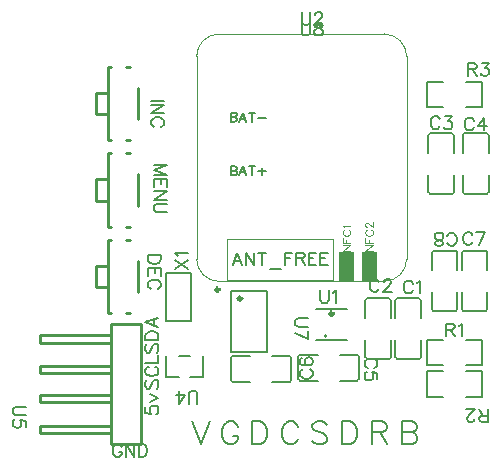
<source format=gto>
G04 Layer: TopSilkscreenLayer*
G04 EasyEDA v6.5.42, 2024-06-11 14:58:49*
G04 7db2e0652eb0440fb163e0b1e141f317,b485016a937d426fb03638db52ce050d,10*
G04 Gerber Generator version 0.2*
G04 Scale: 100 percent, Rotated: No, Reflected: No *
G04 Dimensions in millimeters *
G04 leading zeros omitted , absolute positions ,4 integer and 5 decimal *
%FSLAX45Y45*%
%MOMM*%

%ADD10C,0.1524*%
%ADD11C,0.2032*%
%ADD12C,0.1500*%
%ADD13C,0.1000*%
%ADD14C,0.2000*%
%ADD15C,0.1001*%
%ADD16C,0.2540*%
%ADD17C,0.3000*%
%ADD18C,0.0137*%

%LPD*%
D10*
X4637277Y3514344D02*
G01*
X4626863Y3503929D01*
X4621784Y3488436D01*
X4621784Y3467607D01*
X4626863Y3452113D01*
X4637277Y3441700D01*
X4647691Y3441700D01*
X4658106Y3446779D01*
X4663440Y3452113D01*
X4668520Y3462528D01*
X4678934Y3493770D01*
X4684013Y3503929D01*
X4689347Y3509263D01*
X4699761Y3514344D01*
X4715256Y3514344D01*
X4725670Y3503929D01*
X4730750Y3488436D01*
X4730750Y3467607D01*
X4725670Y3452113D01*
X4715256Y3441700D01*
X4621784Y3548634D02*
G01*
X4730750Y3548634D01*
X4621784Y3548634D02*
G01*
X4621784Y3585210D01*
X4626863Y3600704D01*
X4637277Y3611118D01*
X4647691Y3616197D01*
X4663440Y3621531D01*
X4689347Y3621531D01*
X4704841Y3616197D01*
X4715256Y3611118D01*
X4725670Y3600704D01*
X4730750Y3585210D01*
X4730750Y3548634D01*
X4621784Y3697223D02*
G01*
X4730750Y3655821D01*
X4621784Y3697223D02*
G01*
X4730750Y3738879D01*
X4694427Y3671315D02*
G01*
X4694427Y3723386D01*
X4421377Y2642107D02*
G01*
X4416043Y2652521D01*
X4405629Y2662936D01*
X4395470Y2668015D01*
X4374641Y2668015D01*
X4364227Y2662936D01*
X4353813Y2652521D01*
X4348479Y2642107D01*
X4343400Y2626360D01*
X4343400Y2600452D01*
X4348479Y2584957D01*
X4353813Y2574544D01*
X4364227Y2564129D01*
X4374641Y2559050D01*
X4395470Y2559050D01*
X4405629Y2564129D01*
X4416043Y2574544D01*
X4421377Y2584957D01*
X4421377Y2600452D01*
X4395470Y2600452D02*
G01*
X4421377Y2600452D01*
X4455668Y2668015D02*
G01*
X4455668Y2559050D01*
X4455668Y2668015D02*
G01*
X4528311Y2559050D01*
X4528311Y2668015D02*
G01*
X4528311Y2559050D01*
X4562602Y2668015D02*
G01*
X4562602Y2559050D01*
X4562602Y2668015D02*
G01*
X4598924Y2668015D01*
X4614672Y2662936D01*
X4625086Y2652521D01*
X4630165Y2642107D01*
X4635500Y2626360D01*
X4635500Y2600452D01*
X4630165Y2584957D01*
X4625086Y2574544D01*
X4614672Y2564129D01*
X4598924Y2559050D01*
X4562602Y2559050D01*
X4621784Y2983229D02*
G01*
X4621784Y2931413D01*
X4668520Y2926079D01*
X4663440Y2931413D01*
X4658106Y2946907D01*
X4658106Y2962655D01*
X4663440Y2978150D01*
X4673600Y2988563D01*
X4689347Y2993644D01*
X4699761Y2993644D01*
X4715256Y2988563D01*
X4725670Y2978150D01*
X4730750Y2962655D01*
X4730750Y2946907D01*
X4725670Y2931413D01*
X4720590Y2926079D01*
X4710175Y2921000D01*
X4658106Y3027934D02*
G01*
X4730750Y3059176D01*
X4658106Y3090418D02*
G01*
X4730750Y3059176D01*
X4637277Y3209544D02*
G01*
X4626863Y3199129D01*
X4621784Y3183636D01*
X4621784Y3162807D01*
X4626863Y3147313D01*
X4637277Y3136900D01*
X4647691Y3136900D01*
X4658106Y3141979D01*
X4663440Y3147313D01*
X4668520Y3157728D01*
X4678934Y3188970D01*
X4684013Y3199129D01*
X4689347Y3204463D01*
X4699761Y3209544D01*
X4715256Y3209544D01*
X4725670Y3199129D01*
X4730750Y3183636D01*
X4730750Y3162807D01*
X4725670Y3147313D01*
X4715256Y3136900D01*
X4647691Y3321812D02*
G01*
X4637277Y3316731D01*
X4626863Y3306318D01*
X4621784Y3295904D01*
X4621784Y3275076D01*
X4626863Y3264662D01*
X4637277Y3254247D01*
X4647691Y3249168D01*
X4663440Y3243834D01*
X4689347Y3243834D01*
X4704841Y3249168D01*
X4715256Y3254247D01*
X4725670Y3264662D01*
X4730750Y3275076D01*
X4730750Y3295904D01*
X4725670Y3306318D01*
X4715256Y3316731D01*
X4704841Y3321812D01*
X4621784Y3356102D02*
G01*
X4730750Y3356102D01*
X4730750Y3356102D02*
G01*
X4730750Y3418586D01*
X6885177Y4026407D02*
G01*
X6879843Y4036821D01*
X6869429Y4047236D01*
X6859270Y4052315D01*
X6838441Y4052315D01*
X6828027Y4047236D01*
X6817613Y4036821D01*
X6812279Y4026407D01*
X6807200Y4010660D01*
X6807200Y3984752D01*
X6812279Y3969257D01*
X6817613Y3958844D01*
X6828027Y3948429D01*
X6838441Y3943350D01*
X6859270Y3943350D01*
X6869429Y3948429D01*
X6879843Y3958844D01*
X6885177Y3969257D01*
X6919468Y4031487D02*
G01*
X6929881Y4036821D01*
X6945375Y4052315D01*
X6945375Y3943350D01*
X6599554Y4038219D02*
G01*
X6594220Y4048632D01*
X6583806Y4059046D01*
X6573647Y4064127D01*
X6552818Y4064127D01*
X6542404Y4059046D01*
X6531990Y4048632D01*
X6526656Y4038219D01*
X6521577Y4022470D01*
X6521577Y3996562D01*
X6526656Y3981069D01*
X6531990Y3970654D01*
X6542404Y3960240D01*
X6552818Y3955161D01*
X6573647Y3955161D01*
X6583806Y3960240D01*
X6594220Y3970654D01*
X6599554Y3981069D01*
X6638925Y4038219D02*
G01*
X6638925Y4043298D01*
X6644259Y4053712D01*
X6649338Y4059046D01*
X6659752Y4064127D01*
X6680581Y4064127D01*
X6690995Y4059046D01*
X6696075Y4053712D01*
X6701409Y4043298D01*
X6701409Y4032885D01*
X6696075Y4022470D01*
X6685661Y4006977D01*
X6633845Y3955161D01*
X6706488Y3955161D01*
X7112888Y5416930D02*
G01*
X7107554Y5427345D01*
X7097140Y5437759D01*
X7086981Y5442838D01*
X7066152Y5442838D01*
X7055738Y5437759D01*
X7045325Y5427345D01*
X7039990Y5416930D01*
X7034911Y5401182D01*
X7034911Y5375275D01*
X7039990Y5359780D01*
X7045325Y5349367D01*
X7055738Y5338953D01*
X7066152Y5333872D01*
X7086981Y5333872D01*
X7097140Y5338953D01*
X7107554Y5349367D01*
X7112888Y5359780D01*
X7157593Y5442838D02*
G01*
X7214743Y5442838D01*
X7183500Y5401182D01*
X7198995Y5401182D01*
X7209409Y5396103D01*
X7214743Y5391022D01*
X7219822Y5375275D01*
X7219822Y5364861D01*
X7214743Y5349367D01*
X7204329Y5338953D01*
X7188581Y5333872D01*
X7173086Y5333872D01*
X7157593Y5338953D01*
X7152259Y5344032D01*
X7147179Y5354446D01*
X7402322Y5406897D02*
G01*
X7396988Y5417312D01*
X7386574Y5427726D01*
X7376413Y5432805D01*
X7355586Y5432805D01*
X7345172Y5427726D01*
X7334758Y5417312D01*
X7329424Y5406897D01*
X7324343Y5391150D01*
X7324343Y5365242D01*
X7329424Y5349747D01*
X7334758Y5339334D01*
X7345172Y5328920D01*
X7355586Y5323839D01*
X7376413Y5323839D01*
X7386574Y5328920D01*
X7396988Y5339334D01*
X7402322Y5349747D01*
X7488427Y5432805D02*
G01*
X7436611Y5360162D01*
X7514590Y5360162D01*
X7488427Y5432805D02*
G01*
X7488427Y5323839D01*
X6559931Y3313811D02*
G01*
X6570345Y3319145D01*
X6580759Y3329559D01*
X6585838Y3339719D01*
X6585838Y3360546D01*
X6580759Y3370961D01*
X6570345Y3381375D01*
X6559931Y3386709D01*
X6544183Y3391788D01*
X6518275Y3391788D01*
X6502781Y3386709D01*
X6492366Y3381375D01*
X6481952Y3370961D01*
X6476872Y3360546D01*
X6476872Y3339719D01*
X6481952Y3329559D01*
X6492366Y3319145D01*
X6502781Y3313811D01*
X6585838Y3217290D02*
G01*
X6585838Y3269106D01*
X6539102Y3274440D01*
X6544183Y3269106D01*
X6549516Y3253612D01*
X6549516Y3238119D01*
X6544183Y3222370D01*
X6534022Y3211956D01*
X6518275Y3206877D01*
X6507861Y3206877D01*
X6492366Y3211956D01*
X6481952Y3222370D01*
X6476872Y3238119D01*
X6476872Y3253612D01*
X6481952Y3269106D01*
X6487033Y3274440D01*
X6497447Y3279520D01*
X5954140Y3300095D02*
G01*
X5943727Y3294761D01*
X5933313Y3284346D01*
X5928233Y3274187D01*
X5928233Y3253359D01*
X5933313Y3242945D01*
X5943727Y3232530D01*
X5954140Y3227196D01*
X5969888Y3222117D01*
X5995797Y3222117D01*
X6011290Y3227196D01*
X6021704Y3232530D01*
X6032118Y3242945D01*
X6037199Y3253359D01*
X6037199Y3274187D01*
X6032118Y3284346D01*
X6021704Y3294761D01*
X6011290Y3300095D01*
X5943727Y3396614D02*
G01*
X5933313Y3391535D01*
X5928233Y3375787D01*
X5928233Y3365627D01*
X5933313Y3349879D01*
X5949061Y3339464D01*
X5974968Y3334385D01*
X6000877Y3334385D01*
X6021704Y3339464D01*
X6032118Y3349879D01*
X6037199Y3365627D01*
X6037199Y3370706D01*
X6032118Y3386201D01*
X6021704Y3396614D01*
X6006211Y3401948D01*
X6000877Y3401948D01*
X5985383Y3396614D01*
X5974968Y3386201D01*
X5969888Y3370706D01*
X5969888Y3365627D01*
X5974968Y3349879D01*
X5985383Y3339464D01*
X6000877Y3334385D01*
X7389749Y4436490D02*
G01*
X7384415Y4446904D01*
X7374000Y4457319D01*
X7363840Y4462398D01*
X7343013Y4462398D01*
X7332599Y4457319D01*
X7322184Y4446904D01*
X7316850Y4436490D01*
X7311770Y4420743D01*
X7311770Y4394835D01*
X7316850Y4379340D01*
X7322184Y4368927D01*
X7332599Y4358512D01*
X7343013Y4353432D01*
X7363840Y4353432D01*
X7374000Y4358512D01*
X7384415Y4368927D01*
X7389749Y4379340D01*
X7496683Y4462398D02*
G01*
X7444866Y4353432D01*
X7424038Y4462398D02*
G01*
X7496683Y4462398D01*
X6102604Y3968750D02*
G01*
X6102604Y3890771D01*
X6107684Y3875278D01*
X6118097Y3864863D01*
X6133845Y3859784D01*
X6144259Y3859784D01*
X6159754Y3864863D01*
X6170168Y3875278D01*
X6175247Y3890771D01*
X6175247Y3968750D01*
X6209538Y3947921D02*
G01*
X6219952Y3953255D01*
X6235700Y3968750D01*
X6235700Y3859784D01*
X5060822Y3009772D02*
G01*
X5060822Y3087751D01*
X5055743Y3103245D01*
X5045329Y3113659D01*
X5029581Y3118738D01*
X5019166Y3118738D01*
X5003672Y3113659D01*
X4993259Y3103245D01*
X4988179Y3087751D01*
X4988179Y3009772D01*
X4901818Y3009772D02*
G01*
X4953888Y3082417D01*
X4875911Y3082417D01*
X4901818Y3009772D02*
G01*
X4901818Y3118738D01*
X5943600Y6236715D02*
G01*
X5943600Y6158737D01*
X5948679Y6143244D01*
X5959093Y6132829D01*
X5974841Y6127750D01*
X5985256Y6127750D01*
X6000750Y6132829D01*
X6011163Y6143244D01*
X6016243Y6158737D01*
X6016243Y6236715D01*
X6076695Y6236715D02*
G01*
X6060947Y6231636D01*
X6055868Y6221221D01*
X6055868Y6210807D01*
X6060947Y6200394D01*
X6071361Y6195060D01*
X6092190Y6189979D01*
X6107684Y6184900D01*
X6118097Y6174486D01*
X6123431Y6164071D01*
X6123431Y6148323D01*
X6118097Y6137910D01*
X6113018Y6132829D01*
X6097270Y6127750D01*
X6076695Y6127750D01*
X6060947Y6132829D01*
X6055868Y6137910D01*
X6050534Y6148323D01*
X6050534Y6164071D01*
X6055868Y6174486D01*
X6066281Y6184900D01*
X6081775Y6189979D01*
X6102604Y6195060D01*
X6113018Y6200394D01*
X6118097Y6210807D01*
X6118097Y6221221D01*
X6113018Y6231636D01*
X6097270Y6236715D01*
X6076695Y6236715D01*
D11*
X6794500Y2859278D02*
G01*
X6794500Y2665476D01*
X6794500Y2859278D02*
G01*
X6877558Y2859278D01*
X6905243Y2850134D01*
X6914641Y2840989D01*
X6923786Y2822447D01*
X6923786Y2803905D01*
X6914641Y2785363D01*
X6905243Y2776220D01*
X6877558Y2767076D01*
X6794500Y2767076D02*
G01*
X6877558Y2767076D01*
X6905243Y2757678D01*
X6914641Y2748534D01*
X6923786Y2729992D01*
X6923786Y2702305D01*
X6914641Y2683763D01*
X6905243Y2674620D01*
X6877558Y2665476D01*
X6794500Y2665476D01*
X6540500Y2859278D02*
G01*
X6540500Y2665476D01*
X6540500Y2859278D02*
G01*
X6623558Y2859278D01*
X6651243Y2850134D01*
X6660641Y2840989D01*
X6669786Y2822447D01*
X6669786Y2803905D01*
X6660641Y2785363D01*
X6651243Y2776220D01*
X6623558Y2767076D01*
X6540500Y2767076D01*
X6605270Y2767076D02*
G01*
X6669786Y2665476D01*
X6286500Y2859278D02*
G01*
X6286500Y2665476D01*
X6286500Y2859278D02*
G01*
X6351270Y2859278D01*
X6378956Y2850134D01*
X6397243Y2831592D01*
X6406641Y2813050D01*
X6415786Y2785363D01*
X6415786Y2739389D01*
X6406641Y2711450D01*
X6397243Y2693162D01*
X6378956Y2674620D01*
X6351270Y2665476D01*
X6286500Y2665476D01*
X6161786Y2831592D02*
G01*
X6143243Y2850134D01*
X6115558Y2859278D01*
X6078727Y2859278D01*
X6051041Y2850134D01*
X6032500Y2831592D01*
X6032500Y2813050D01*
X6041643Y2794762D01*
X6051041Y2785363D01*
X6069329Y2776220D01*
X6124956Y2757678D01*
X6143243Y2748534D01*
X6152641Y2739389D01*
X6161786Y2720847D01*
X6161786Y2693162D01*
X6143243Y2674620D01*
X6115558Y2665476D01*
X6078727Y2665476D01*
X6051041Y2674620D01*
X6032500Y2693162D01*
X5916929Y2813050D02*
G01*
X5907786Y2831592D01*
X5889243Y2850134D01*
X5870956Y2859278D01*
X5833872Y2859278D01*
X5815329Y2850134D01*
X5797041Y2831592D01*
X5787643Y2813050D01*
X5778500Y2785363D01*
X5778500Y2739389D01*
X5787643Y2711450D01*
X5797041Y2693162D01*
X5815329Y2674620D01*
X5833872Y2665476D01*
X5870956Y2665476D01*
X5889243Y2674620D01*
X5907786Y2693162D01*
X5916929Y2711450D01*
X5524500Y2859278D02*
G01*
X5524500Y2665476D01*
X5524500Y2859278D02*
G01*
X5589270Y2859278D01*
X5616956Y2850134D01*
X5635243Y2831592D01*
X5644641Y2813050D01*
X5653786Y2785363D01*
X5653786Y2739389D01*
X5644641Y2711450D01*
X5635243Y2693162D01*
X5616956Y2674620D01*
X5589270Y2665476D01*
X5524500Y2665476D01*
X5408929Y2813050D02*
G01*
X5399786Y2831592D01*
X5381243Y2850134D01*
X5362956Y2859278D01*
X5325872Y2859278D01*
X5307329Y2850134D01*
X5289041Y2831592D01*
X5279643Y2813050D01*
X5270500Y2785363D01*
X5270500Y2739389D01*
X5279643Y2711450D01*
X5289041Y2693162D01*
X5307329Y2674620D01*
X5325872Y2665476D01*
X5362956Y2665476D01*
X5381243Y2674620D01*
X5399786Y2693162D01*
X5408929Y2711450D01*
X5408929Y2739389D01*
X5362956Y2739389D02*
G01*
X5408929Y2739389D01*
X5016500Y2859278D02*
G01*
X5090413Y2665476D01*
X5164327Y2859278D02*
G01*
X5090413Y2665476D01*
D10*
X7178293Y4373118D02*
G01*
X7183627Y4362704D01*
X7194041Y4352289D01*
X7204202Y4347210D01*
X7225029Y4347210D01*
X7235443Y4352289D01*
X7245858Y4362704D01*
X7251191Y4373118D01*
X7256272Y4388865D01*
X7256272Y4414773D01*
X7251191Y4430268D01*
X7245858Y4440681D01*
X7235443Y4451095D01*
X7225029Y4456176D01*
X7204202Y4456176D01*
X7194041Y4451095D01*
X7183627Y4440681D01*
X7178293Y4430268D01*
X7118095Y4347210D02*
G01*
X7133590Y4352289D01*
X7138924Y4362704D01*
X7138924Y4373118D01*
X7133590Y4383531D01*
X7123175Y4388865D01*
X7102602Y4393945D01*
X7086854Y4399026D01*
X7076440Y4409439D01*
X7071359Y4419854D01*
X7071359Y4435602D01*
X7076440Y4446015D01*
X7081774Y4451095D01*
X7097268Y4456176D01*
X7118095Y4456176D01*
X7133590Y4451095D01*
X7138924Y4446015D01*
X7144004Y4435602D01*
X7144004Y4419854D01*
X7138924Y4409439D01*
X7128509Y4399026D01*
X7112761Y4393945D01*
X7092188Y4388865D01*
X7081774Y4383531D01*
X7076440Y4373118D01*
X7076440Y4362704D01*
X7081774Y4352289D01*
X7097268Y4347210D01*
X7118095Y4347210D01*
X7166102Y3688079D02*
G01*
X7166102Y3579113D01*
X7166102Y3688079D02*
G01*
X7212838Y3688079D01*
X7228331Y3683000D01*
X7233665Y3677665D01*
X7238745Y3667252D01*
X7238745Y3656837D01*
X7233665Y3646423D01*
X7228331Y3641344D01*
X7212838Y3636263D01*
X7166102Y3636263D01*
X7202424Y3636263D02*
G01*
X7238745Y3579113D01*
X7273036Y3667252D02*
G01*
X7283450Y3672586D01*
X7299197Y3688079D01*
X7299197Y3579113D01*
X7518400Y2856484D02*
G01*
X7518400Y2965450D01*
X7518400Y2856484D02*
G01*
X7471663Y2856484D01*
X7456170Y2861563D01*
X7450836Y2866897D01*
X7445756Y2877312D01*
X7445756Y2887726D01*
X7450836Y2898139D01*
X7456170Y2903220D01*
X7471663Y2908300D01*
X7518400Y2908300D01*
X7482077Y2908300D02*
G01*
X7445756Y2965450D01*
X7406131Y2882392D02*
G01*
X7406131Y2877312D01*
X7401052Y2866897D01*
X7395718Y2861563D01*
X7385304Y2856484D01*
X7364729Y2856484D01*
X7354315Y2861563D01*
X7348981Y2866897D01*
X7343902Y2877312D01*
X7343902Y2887726D01*
X7348981Y2898139D01*
X7359395Y2913634D01*
X7411465Y2965450D01*
X7338568Y2965450D01*
X7353300Y5893815D02*
G01*
X7353300Y5784850D01*
X7353300Y5893815D02*
G01*
X7400036Y5893815D01*
X7415529Y5888736D01*
X7420863Y5883402D01*
X7425943Y5872987D01*
X7425943Y5862573D01*
X7420863Y5852160D01*
X7415529Y5847079D01*
X7400036Y5842000D01*
X7353300Y5842000D01*
X7389622Y5842000D02*
G01*
X7425943Y5784850D01*
X7470647Y5893815D02*
G01*
X7527797Y5893815D01*
X7496809Y5852160D01*
X7512304Y5852160D01*
X7522718Y5847079D01*
X7527797Y5842000D01*
X7533131Y5826252D01*
X7533131Y5815837D01*
X7527797Y5800344D01*
X7517384Y5789929D01*
X7501890Y5784850D01*
X7486395Y5784850D01*
X7470647Y5789929D01*
X7465568Y5795010D01*
X7460234Y5805423D01*
X5943600Y6325615D02*
G01*
X5943600Y6247637D01*
X5948679Y6232144D01*
X5959093Y6221729D01*
X5974841Y6216650D01*
X5985256Y6216650D01*
X6000750Y6221729D01*
X6011163Y6232144D01*
X6016243Y6247637D01*
X6016243Y6325615D01*
X6055868Y6299707D02*
G01*
X6055868Y6304787D01*
X6060947Y6315202D01*
X6066281Y6320536D01*
X6076695Y6325615D01*
X6097270Y6325615D01*
X6107684Y6320536D01*
X6113018Y6315202D01*
X6118097Y6304787D01*
X6118097Y6294373D01*
X6113018Y6283960D01*
X6102604Y6268465D01*
X6050534Y6216650D01*
X6123431Y6216650D01*
D12*
X5342127Y5019802D02*
G01*
X5342127Y4943347D01*
X5342127Y5019802D02*
G01*
X5374640Y5019802D01*
X5385561Y5016245D01*
X5389372Y5012436D01*
X5392927Y5005323D01*
X5392927Y4997957D01*
X5389372Y4990845D01*
X5385561Y4987036D01*
X5374640Y4983479D01*
X5342127Y4983479D02*
G01*
X5374640Y4983479D01*
X5385561Y4979923D01*
X5389372Y4976113D01*
X5392927Y4969002D01*
X5392927Y4958079D01*
X5389372Y4950713D01*
X5385561Y4947157D01*
X5374640Y4943347D01*
X5342127Y4943347D01*
X5446013Y5019802D02*
G01*
X5416804Y4943347D01*
X5446013Y5019802D02*
G01*
X5474970Y4943347D01*
X5427725Y4969002D02*
G01*
X5464302Y4969002D01*
X5524500Y5019802D02*
G01*
X5524500Y4943347D01*
X5499100Y5019802D02*
G01*
X5549900Y5019802D01*
X5606795Y5008879D02*
G01*
X5606795Y4943347D01*
X5574029Y4976113D02*
G01*
X5639561Y4976113D01*
X5342127Y5474207D02*
G01*
X5342127Y5397754D01*
X5342127Y5474207D02*
G01*
X5374640Y5474207D01*
X5385561Y5470652D01*
X5389372Y5466842D01*
X5392927Y5459729D01*
X5392927Y5452363D01*
X5389372Y5444997D01*
X5385561Y5441442D01*
X5374640Y5437886D01*
X5342127Y5437886D02*
G01*
X5374640Y5437886D01*
X5385561Y5434329D01*
X5389372Y5430520D01*
X5392927Y5423407D01*
X5392927Y5412486D01*
X5389372Y5405120D01*
X5385561Y5401563D01*
X5374640Y5397754D01*
X5342127Y5397754D01*
X5446013Y5474207D02*
G01*
X5416804Y5397754D01*
X5446013Y5474207D02*
G01*
X5474970Y5397754D01*
X5427725Y5423407D02*
G01*
X5464302Y5423407D01*
X5524500Y5474207D02*
G01*
X5524500Y5397754D01*
X5499100Y5474207D02*
G01*
X5549900Y5474207D01*
X5574029Y5430520D02*
G01*
X5639561Y5430520D01*
D13*
X6290485Y4305355D02*
G01*
X6357287Y4305355D01*
X6290485Y4305355D02*
G01*
X6357287Y4349805D01*
X6290485Y4349805D02*
G01*
X6357287Y4349805D01*
X6290485Y4370887D02*
G01*
X6357287Y4370887D01*
X6290485Y4370887D02*
G01*
X6290485Y4412289D01*
X6322489Y4370887D02*
G01*
X6322489Y4396287D01*
X6306487Y4480869D02*
G01*
X6300137Y4477821D01*
X6293787Y4471471D01*
X6290485Y4465121D01*
X6290485Y4452421D01*
X6293787Y4445817D01*
X6300137Y4439467D01*
X6306487Y4436419D01*
X6316139Y4433117D01*
X6331887Y4433117D01*
X6341539Y4436419D01*
X6347889Y4439467D01*
X6354239Y4445817D01*
X6357287Y4452421D01*
X6357287Y4465121D01*
X6354239Y4471471D01*
X6347889Y4477821D01*
X6341539Y4480869D01*
X6303185Y4501951D02*
G01*
X6300137Y4508301D01*
X6290485Y4517953D01*
X6357287Y4517953D01*
X6482486Y4305378D02*
G01*
X6549288Y4305378D01*
X6482486Y4305378D02*
G01*
X6549288Y4349828D01*
X6482486Y4349828D02*
G01*
X6549288Y4349828D01*
X6482486Y4370910D02*
G01*
X6549288Y4370910D01*
X6482486Y4370910D02*
G01*
X6482486Y4412312D01*
X6514490Y4370910D02*
G01*
X6514490Y4396310D01*
X6498488Y4480892D02*
G01*
X6492138Y4477844D01*
X6485788Y4471494D01*
X6482486Y4465144D01*
X6482486Y4452190D01*
X6485788Y4445840D01*
X6492138Y4439490D01*
X6498488Y4436442D01*
X6508140Y4433140D01*
X6523888Y4433140D01*
X6533540Y4436442D01*
X6539890Y4439490D01*
X6546240Y4445840D01*
X6549288Y4452190D01*
X6549288Y4465144D01*
X6546240Y4471494D01*
X6539890Y4477844D01*
X6533540Y4480892D01*
X6498488Y4505022D02*
G01*
X6495186Y4505022D01*
X6488836Y4508324D01*
X6485788Y4511372D01*
X6482486Y4517722D01*
X6482486Y4530676D01*
X6485788Y4537026D01*
X6488836Y4540074D01*
X6495186Y4543376D01*
X6501536Y4543376D01*
X6508140Y4540074D01*
X6517538Y4533724D01*
X6549288Y4501974D01*
X6549288Y4546424D01*
D14*
X5399277Y4289297D02*
G01*
X5359400Y4184395D01*
X5399277Y4289297D02*
G01*
X5439409Y4184395D01*
X5374386Y4219194D02*
G01*
X5424424Y4219194D01*
X5472429Y4289297D02*
G01*
X5472429Y4184395D01*
X5472429Y4289297D02*
G01*
X5542279Y4184395D01*
X5542279Y4289297D02*
G01*
X5542279Y4184395D01*
X5610352Y4289297D02*
G01*
X5610352Y4184395D01*
X5575300Y4289297D02*
G01*
X5645404Y4289297D01*
X5678424Y4149344D02*
G01*
X5768340Y4149344D01*
X5801359Y4289297D02*
G01*
X5801359Y4184395D01*
X5801359Y4289297D02*
G01*
X5866384Y4289297D01*
X5801359Y4239260D02*
G01*
X5841491Y4239260D01*
X5899404Y4289297D02*
G01*
X5899404Y4184395D01*
X5899404Y4289297D02*
G01*
X5944361Y4289297D01*
X5959347Y4284218D01*
X5964427Y4279392D01*
X5969508Y4269231D01*
X5969508Y4259326D01*
X5964427Y4249420D01*
X5959347Y4244339D01*
X5944361Y4239260D01*
X5899404Y4239260D01*
X5934456Y4239260D02*
G01*
X5969508Y4184395D01*
X6002274Y4289297D02*
G01*
X6002274Y4184395D01*
X6002274Y4289297D02*
G01*
X6067297Y4289297D01*
X6002274Y4239260D02*
G01*
X6042406Y4239260D01*
X6002274Y4184395D02*
G01*
X6067297Y4184395D01*
X6100318Y4289297D02*
G01*
X6100318Y4184395D01*
X6100318Y4289297D02*
G01*
X6165341Y4289297D01*
X6100318Y4239260D02*
G01*
X6140450Y4239260D01*
X6100318Y4184395D02*
G01*
X6165341Y4184395D01*
D10*
X3607815Y2984500D02*
G01*
X3529838Y2984500D01*
X3514343Y2979420D01*
X3503929Y2969005D01*
X3498850Y2953257D01*
X3498850Y2942844D01*
X3503929Y2927350D01*
X3514343Y2916936D01*
X3529838Y2911855D01*
X3607815Y2911855D01*
X3607815Y2815081D02*
G01*
X3607815Y2867152D01*
X3561079Y2872231D01*
X3566159Y2867152D01*
X3571493Y2851404D01*
X3571493Y2835910D01*
X3566159Y2820415D01*
X3556000Y2810002D01*
X3540252Y2804668D01*
X3529838Y2804668D01*
X3514343Y2810002D01*
X3503929Y2820415D01*
X3498850Y2835910D01*
X3498850Y2851404D01*
X3503929Y2867152D01*
X3509009Y2872231D01*
X3519424Y2877565D01*
X5995415Y3733800D02*
G01*
X5917438Y3733800D01*
X5901943Y3728720D01*
X5891529Y3718305D01*
X5886450Y3702557D01*
X5886450Y3692144D01*
X5891529Y3676650D01*
X5901943Y3666236D01*
X5917438Y3661155D01*
X5995415Y3661155D01*
X5995415Y3553968D02*
G01*
X5886450Y3606037D01*
X5995415Y3626865D02*
G01*
X5995415Y3553968D01*
X4875784Y4152900D02*
G01*
X4984750Y4225544D01*
X4875784Y4225544D02*
G01*
X4984750Y4152900D01*
X4896611Y4259834D02*
G01*
X4891277Y4270247D01*
X4875784Y4285995D01*
X4984750Y4285995D01*
X4750815Y4267200D02*
G01*
X4641850Y4267200D01*
X4750815Y4267200D02*
G01*
X4750815Y4230878D01*
X4745736Y4215129D01*
X4735322Y4204970D01*
X4724908Y4199636D01*
X4709159Y4194555D01*
X4683252Y4194555D01*
X4667758Y4199636D01*
X4657343Y4204970D01*
X4646929Y4215129D01*
X4641850Y4230878D01*
X4641850Y4267200D01*
X4750815Y4160265D02*
G01*
X4641850Y4160265D01*
X4750815Y4160265D02*
G01*
X4750815Y4092702D01*
X4699000Y4160265D02*
G01*
X4699000Y4118610D01*
X4641850Y4160265D02*
G01*
X4641850Y4092702D01*
X4724908Y3980434D02*
G01*
X4735322Y3985513D01*
X4745736Y3995928D01*
X4750815Y4006342D01*
X4750815Y4027170D01*
X4745736Y4037584D01*
X4735322Y4047997D01*
X4724908Y4053078D01*
X4709159Y4058412D01*
X4683252Y4058412D01*
X4667758Y4053078D01*
X4657343Y4047997D01*
X4646929Y4037584D01*
X4641850Y4027170D01*
X4641850Y4006342D01*
X4646929Y3995928D01*
X4657343Y3985513D01*
X4667758Y3980434D01*
X4801615Y5029200D02*
G01*
X4692650Y5029200D01*
X4801615Y5029200D02*
G01*
X4692650Y4987544D01*
X4801615Y4946142D02*
G01*
X4692650Y4987544D01*
X4801615Y4946142D02*
G01*
X4692650Y4946142D01*
X4801615Y4911852D02*
G01*
X4692650Y4911852D01*
X4801615Y4911852D02*
G01*
X4801615Y4844287D01*
X4749800Y4911852D02*
G01*
X4749800Y4870195D01*
X4692650Y4911852D02*
G01*
X4692650Y4844287D01*
X4801615Y4809997D02*
G01*
X4692650Y4809997D01*
X4801615Y4809997D02*
G01*
X4692650Y4737100D01*
X4801615Y4737100D02*
G01*
X4692650Y4737100D01*
X4801615Y4702810D02*
G01*
X4723638Y4702810D01*
X4708143Y4697729D01*
X4697729Y4687315D01*
X4692650Y4671821D01*
X4692650Y4661407D01*
X4697729Y4645660D01*
X4708143Y4635500D01*
X4723638Y4630165D01*
X4801615Y4630165D01*
X4780000Y5574080D02*
G01*
X4670780Y5574080D01*
X4780000Y5539790D02*
G01*
X4670780Y5539790D01*
X4780000Y5539790D02*
G01*
X4670780Y5467146D01*
X4780000Y5467146D02*
G01*
X4670780Y5467146D01*
X4753838Y5354878D02*
G01*
X4764252Y5360212D01*
X4774666Y5370626D01*
X4780000Y5381040D01*
X4780000Y5401614D01*
X4774666Y5412028D01*
X4764252Y5422442D01*
X4753838Y5427776D01*
X4738344Y5432856D01*
X4712436Y5432856D01*
X4696688Y5427776D01*
X4686528Y5422442D01*
X4676114Y5412028D01*
X4670780Y5401614D01*
X4670780Y5381040D01*
X4676114Y5370626D01*
X4686528Y5360212D01*
X4696688Y5354878D01*
G36*
X6261100Y4292600D02*
G01*
X6261100Y4051300D01*
X6388100Y4051300D01*
X6388100Y4292600D01*
G37*
G36*
X6451600Y4292600D02*
G01*
X6451600Y4051300D01*
X6578600Y4051300D01*
X6578600Y4292600D01*
G37*
X6736039Y3886019D02*
G01*
X6736039Y3737521D01*
X6954560Y3737521D02*
G01*
X6954560Y3886019D01*
X6939320Y3901259D02*
G01*
X6751279Y3901259D01*
X6736039Y3403780D02*
G01*
X6736039Y3552278D01*
X6954560Y3552278D02*
G01*
X6954560Y3403780D01*
X6939320Y3388540D02*
G01*
X6751279Y3388540D01*
X6700560Y3403780D02*
G01*
X6700560Y3552278D01*
X6482039Y3552278D02*
G01*
X6482039Y3403780D01*
X6497279Y3388540D02*
G01*
X6685320Y3388540D01*
X6700560Y3886019D02*
G01*
X6700560Y3737521D01*
X6482039Y3737521D02*
G01*
X6482039Y3886019D01*
X6497279Y3901259D02*
G01*
X6685320Y3901259D01*
X7015439Y5283019D02*
G01*
X7015439Y5134521D01*
X7233960Y5134521D02*
G01*
X7233960Y5283019D01*
X7218720Y5298259D02*
G01*
X7030679Y5298259D01*
X7015439Y4800780D02*
G01*
X7015439Y4949278D01*
X7233960Y4949278D02*
G01*
X7233960Y4800780D01*
X7218720Y4785540D02*
G01*
X7030679Y4785540D01*
X7307539Y5283019D02*
G01*
X7307539Y5134521D01*
X7526060Y5134521D02*
G01*
X7526060Y5283019D01*
X7510820Y5298259D02*
G01*
X7322779Y5298259D01*
X7307539Y4800780D02*
G01*
X7307539Y4949278D01*
X7526060Y4949278D02*
G01*
X7526060Y4800780D01*
X7510820Y4785540D02*
G01*
X7322779Y4785540D01*
X6413319Y3423960D02*
G01*
X6264821Y3423960D01*
X6264821Y3205439D02*
G01*
X6413319Y3205439D01*
X6428559Y3220679D02*
G01*
X6428559Y3408720D01*
X5931080Y3423960D02*
G01*
X6079578Y3423960D01*
X6079578Y3205439D02*
G01*
X5931080Y3205439D01*
X5915840Y3220679D02*
G01*
X5915840Y3408720D01*
X5841819Y3411260D02*
G01*
X5693321Y3411260D01*
X5693321Y3192739D02*
G01*
X5841819Y3192739D01*
X5857059Y3207979D02*
G01*
X5857059Y3396020D01*
X5359580Y3411260D02*
G01*
X5508078Y3411260D01*
X5508078Y3192739D02*
G01*
X5359580Y3192739D01*
X5344340Y3207979D02*
G01*
X5344340Y3396020D01*
X7517043Y3808529D02*
G01*
X7517043Y3957027D01*
X7298522Y3957027D02*
G01*
X7298522Y3808529D01*
X7313762Y3793289D02*
G01*
X7501803Y3793289D01*
X7517043Y4290768D02*
G01*
X7517043Y4142270D01*
X7298522Y4142270D02*
G01*
X7298522Y4290768D01*
X7313762Y4306008D02*
G01*
X7501803Y4306008D01*
X6064981Y3815618D02*
G01*
X6330218Y3815618D01*
X6064981Y3550381D02*
G01*
X6330218Y3550381D01*
X4799380Y3415007D02*
G01*
X4799380Y3239767D01*
X4903541Y3239767D01*
X5106619Y3415007D02*
G01*
X5106619Y3239767D01*
X5002458Y3239767D01*
X4907460Y3415007D02*
G01*
X4998539Y3415007D01*
X7263043Y3808529D02*
G01*
X7263043Y3957027D01*
X7044522Y3957027D02*
G01*
X7044522Y3808529D01*
X7059762Y3793289D02*
G01*
X7247803Y3793289D01*
X7263043Y4290768D02*
G01*
X7263043Y4142270D01*
X7044522Y4142270D02*
G01*
X7044522Y4290768D01*
X7059762Y4306008D02*
G01*
X7247803Y4306008D01*
X7334120Y3333790D02*
G01*
X7470112Y3333790D01*
X7470112Y3549609D01*
X7334120Y3549609D01*
X7143879Y3333790D02*
G01*
X7007887Y3333790D01*
X7007887Y3549609D01*
X7143879Y3549609D01*
X7334120Y3067090D02*
G01*
X7470112Y3067090D01*
X7470112Y3282909D01*
X7334120Y3282909D01*
X7143879Y3067090D02*
G01*
X7007887Y3067090D01*
X7007887Y3282909D01*
X7143879Y3282909D01*
X7334120Y5518190D02*
G01*
X7470112Y5518190D01*
X7470112Y5734009D01*
X7334120Y5734009D01*
X7143879Y5518190D02*
G01*
X7007887Y5518190D01*
X7007887Y5734009D01*
X7143879Y5734009D01*
D15*
X5245102Y4044822D02*
G01*
X6642097Y4044822D01*
X6642097Y4045082D02*
G01*
X5245102Y4045082D01*
X6832727Y4235452D02*
G01*
X6832727Y5949947D01*
X6642097Y6140577D02*
G01*
X5245102Y6140577D01*
X5054732Y4235452D02*
G01*
X5054732Y5949947D01*
X5054472Y5949947D02*
G01*
X5054472Y4235452D01*
X6832467Y5949947D02*
G01*
X6832467Y4235452D01*
X5245102Y6140317D02*
G01*
X6642097Y6140317D01*
D13*
X5308600Y4406900D02*
G01*
X6208598Y4406900D01*
X6208598Y4056887D01*
X5308600Y4056887D01*
X5308600Y4406900D01*
D16*
X4319846Y3588463D02*
G01*
X4319846Y3587224D01*
X3725872Y3587224D01*
X3725872Y3525248D01*
X3725534Y3525248D01*
X3725534Y3525840D01*
X4324212Y3525840D01*
X4319846Y2825750D02*
G01*
X4319846Y2824510D01*
X3725872Y2824510D01*
X3725872Y2762534D01*
X3725534Y2762534D01*
X3725534Y2763126D01*
X4324212Y2763126D01*
X4319844Y3083747D02*
G01*
X4319844Y3082508D01*
X3725870Y3082508D01*
X3725870Y3020532D01*
X3725532Y3020532D01*
X3725532Y3021124D01*
X4324210Y3021124D01*
X4319844Y3331349D02*
G01*
X4319844Y3330110D01*
X3725870Y3330110D01*
X3725870Y3268134D01*
X3725532Y3268134D01*
X3725532Y3268726D01*
X4324210Y3268726D01*
X4584700Y3683000D02*
G01*
X4330700Y3683000D01*
X4330700Y2667000D01*
X4584700Y2667000D01*
X4584700Y3683000D01*
D10*
X5346959Y3966019D02*
G01*
X5651240Y3966019D01*
X5651240Y3450780D01*
X5346959Y3450780D01*
X5346959Y3966019D01*
X5010061Y3708740D02*
G01*
X4794338Y3708740D01*
X4794338Y4114459D01*
X5010061Y4114459D01*
X5010061Y3708740D01*
D16*
X4305498Y3829397D02*
G01*
X4305498Y3779400D01*
X4327385Y3779400D02*
G01*
X4306750Y3779400D01*
X4489686Y3779400D02*
G01*
X4453613Y3779400D01*
X4561748Y4221281D02*
G01*
X4561748Y3957513D01*
X4453613Y4399399D02*
G01*
X4489688Y4399399D01*
X4305498Y4349396D02*
G01*
X4305498Y4399399D01*
X4327385Y4399399D01*
X4205498Y3999397D02*
G01*
X4305498Y3999397D01*
X4205498Y4179397D02*
G01*
X4305498Y4179397D01*
X4205498Y3999397D02*
G01*
X4205498Y4179397D01*
X4305498Y4349396D02*
G01*
X4305498Y3829397D01*
X4305498Y4559647D02*
G01*
X4305498Y4509650D01*
X4327385Y4509650D02*
G01*
X4306750Y4509650D01*
X4489686Y4509650D02*
G01*
X4453613Y4509650D01*
X4561748Y4951531D02*
G01*
X4561748Y4687763D01*
X4453613Y5129649D02*
G01*
X4489688Y5129649D01*
X4305498Y5079646D02*
G01*
X4305498Y5129649D01*
X4327385Y5129649D01*
X4205498Y4729647D02*
G01*
X4305498Y4729647D01*
X4205498Y4909647D02*
G01*
X4305498Y4909647D01*
X4205498Y4729647D02*
G01*
X4205498Y4909647D01*
X4305498Y5079646D02*
G01*
X4305498Y4559647D01*
X4305498Y5289897D02*
G01*
X4305498Y5239900D01*
X4327385Y5239900D02*
G01*
X4306750Y5239900D01*
X4489686Y5239900D02*
G01*
X4453613Y5239900D01*
X4561748Y5681781D02*
G01*
X4561748Y5418013D01*
X4453613Y5859899D02*
G01*
X4489688Y5859899D01*
X4305498Y5809896D02*
G01*
X4305498Y5859899D01*
X4327385Y5859899D01*
X4205498Y5459897D02*
G01*
X4305498Y5459897D01*
X4205498Y5639897D02*
G01*
X4305498Y5639897D01*
X4205498Y5459897D02*
G01*
X4205498Y5639897D01*
X4305498Y5809896D02*
G01*
X4305498Y5289897D01*
D10*
G75*
G01*
X6954561Y3886020D02*
G03*
X6939321Y3901260I-15240J0D01*
G75*
G01*
X6751279Y3901260D02*
G03*
X6736039Y3886020I0J-15240D01*
G75*
G01*
X6954561Y3403780D02*
G02*
X6939321Y3388540I-15240J0D01*
G75*
G01*
X6751279Y3388540D02*
G02*
X6736039Y3403780I0J15240D01*
G75*
G01*
X6482039Y3403780D02*
G03*
X6497279Y3388540I15240J0D01*
G75*
G01*
X6685321Y3388540D02*
G03*
X6700561Y3403780I0J15240D01*
G75*
G01*
X6482039Y3886020D02*
G02*
X6497279Y3901260I15240J0D01*
G75*
G01*
X6685321Y3901260D02*
G02*
X6700561Y3886020I0J-15240D01*
G75*
G01*
X7233961Y5283020D02*
G03*
X7218721Y5298260I-15240J0D01*
G75*
G01*
X7030679Y5298260D02*
G03*
X7015439Y5283020I0J-15240D01*
G75*
G01*
X7233961Y4800780D02*
G02*
X7218721Y4785540I-15240J0D01*
G75*
G01*
X7030679Y4785540D02*
G02*
X7015439Y4800780I0J15240D01*
G75*
G01*
X7526061Y5283020D02*
G03*
X7510821Y5298260I-15240J0D01*
G75*
G01*
X7322779Y5298260D02*
G03*
X7307539Y5283020I0J-15240D01*
G75*
G01*
X7526061Y4800780D02*
G02*
X7510821Y4785540I-15240J0D01*
G75*
G01*
X7322779Y4785540D02*
G02*
X7307539Y4800780I0J15240D01*
G75*
G01*
X6413320Y3205439D02*
G03*
X6428560Y3220679I0J15240D01*
G75*
G01*
X6428560Y3408721D02*
G03*
X6413320Y3423961I-15240J0D01*
G75*
G01*
X5931080Y3205439D02*
G02*
X5915840Y3220679I0J15240D01*
G75*
G01*
X5915840Y3408721D02*
G02*
X5931080Y3423961I15240J0D01*
G75*
G01*
X5841820Y3192739D02*
G03*
X5857060Y3207979I0J15240D01*
G75*
G01*
X5857060Y3396021D02*
G03*
X5841820Y3411261I-15240J0D01*
G75*
G01*
X5359580Y3192739D02*
G02*
X5344340Y3207979I0J15240D01*
G75*
G01*
X5344340Y3396021D02*
G02*
X5359580Y3411261I15240J0D01*
G75*
G01*
X7298522Y3808529D02*
G03*
X7313762Y3793289I15240J0D01*
G75*
G01*
X7501804Y3793289D02*
G03*
X7517044Y3808529I0J15240D01*
G75*
G01*
X7298522Y4290769D02*
G02*
X7313762Y4306009I15240J0D01*
G75*
G01*
X7501804Y4306009D02*
G02*
X7517044Y4290769I0J-15240D01*
G75*
G01*
X7044522Y3808529D02*
G03*
X7059762Y3793289I15240J0D01*
G75*
G01*
X7247804Y3793289D02*
G03*
X7263044Y3808529I0J15240D01*
G75*
G01*
X7044522Y4290769D02*
G02*
X7059762Y4306009I15240J0D01*
G75*
G01*
X7247804Y4306009D02*
G02*
X7263044Y4290769I0J-15240D01*
D15*
G75*
G01*
X5245103Y6140577D02*
G03*
X5245103Y6140318I0J-130D01*
G75*
G01*
X6642097Y6140318D02*
G03*
X6642097Y6140577I0J129D01*
G75*
G01*
X5245103Y6140318D02*
G03*
X5245103Y6140577I0J129D01*
G75*
G01*
X5245103Y6140577D02*
G03*
X5054473Y5949947I5J-190635D01*
G75*
G01*
X5054473Y5949947D02*
G03*
X5054732Y5949947I130J0D01*
G75*
G01*
X5054732Y4235453D02*
G03*
X5054473Y4235453I-129J0D01*
G75*
G01*
X5245103Y4044823D02*
G03*
X5245103Y4045082I0J130D01*
G75*
G01*
X5245103Y4045082D02*
G02*
X5054732Y4235453I2J190373D01*
G75*
G01*
X6642097Y4044823D02*
G03*
X6642097Y4045082I0J130D01*
G75*
G01*
X5245103Y4045082D02*
G03*
X5245103Y4044823I0J-129D01*
G75*
G01*
X6642097Y4045082D02*
G03*
X6642097Y4044823I0J-129D01*
G75*
G01*
X6832468Y4235453D02*
G02*
X6642097Y4045082I-190373J2D01*
G75*
G01*
X6832727Y5949947D02*
G03*
X6642097Y6140577I-190635J-5D01*
G75*
G01*
X6642097Y6140577D02*
G03*
X6642097Y6140318I0J-130D01*
G75*
G01*
X5054732Y5949947D02*
G03*
X5054473Y5949947I-129J0D01*
G75*
G01*
X5054473Y4235453D02*
G03*
X5054732Y4235453I130J0D01*
G75*
G01*
X6642097Y6140318D02*
G02*
X6832468Y5949947I-2J-190373D01*
G75*
G01*
X5054732Y5949947D02*
G02*
X5245103Y6140318I190373J-2D01*
G75*
G01*
X5054473Y4235453D02*
G03*
X5245103Y4044823I190635J5D01*
G75*
G01*
X6642097Y4044823D02*
G03*
X6832727Y4235453I-5J190635D01*
D14*
G75*
G01
X6156808Y3581400D02*
G03X6156808Y3581400I-10008J0D01*
D17*
G75*
G01
X6212611Y3771900D02*
G03X6212611Y3771900I-15011J0D01*
G75*
G01
X5437200Y3898900D02*
G03X5437200Y3898900I-15011J0D01*
G75*
G01
X5245862Y3975633D02*
G03X5245862Y3975633I-15011J0D01*
M02*

</source>
